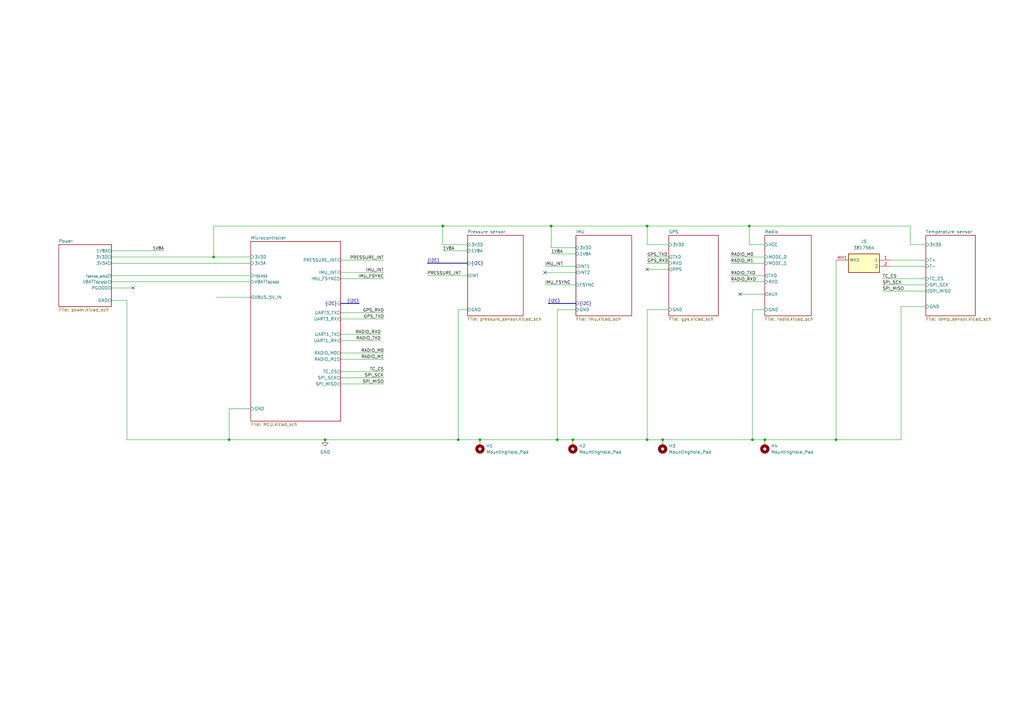
<source format=kicad_sch>
(kicad_sch (version 20230121) (generator eeschema)
  (paper "A3")
  (lib_symbols
    (symbol "Mechanical:MountingHole_Pad" (pin_numbers hide) (pin_names (offset 1.016) hide)
      (property "Reference" "H" (at 0 6.35 0))
      (property "Value" "MountingHole_Pad" (at 0 4.445 0))
      (symbol "MountingHole_Pad_0_1"
        (circle (center 0 1.27) (radius 1.27) (stroke (width 1.27)))
      )
      (symbol "MountingHole_Pad_1_1"
        (pin input line (at 0 -2.54 90) (length 2.54) (name "1") (number "1"))
      )
    )
    (symbol "my_library:3817564"
      (property "Reference" "J" (at 7.62 8.89 0))
      (property "Value" "3817564" (at 7.62 6.35 0))
      (symbol "3817564_1_1"
        (rectangle (start -6.35 3.81) (end 6.35 -3.81) (stroke (width 0.254)) (fill (type background)))
        (pin passive line (at 11.43 1.27 180) (length 5.08) (name "1") (number "1"))
        (pin passive line (at 11.43 -1.27 180) (length 5.08) (name "2") (number "2"))
        (pin passive line (at -11.43 1.27 0) (length 5.08) (name "MH1") (number "MH1"))
      )
    )
    (symbol "power:GND" (power) (pin_names (offset 0))
      (property "Value" "GND" (at 0 -3.81 0))
      (symbol "GND_0_1"
        (polyline (pts (xy 0 0) (xy 0 -1.27) (xy 1.27 -1.27) (xy 0 -2.54) (xy -1.27 -1.27) (xy 0 -1.27)))
      )
      (symbol "GND_1_1"
        (pin power_in line (at 0 0 270) (length 0) hide (name "GND") (number "1"))
      )
    )
  )
  (junction (at 308.61 180.34))
  (junction (at 313.69 180.34))
  (junction (at 265.43 180.34))
  (junction (at 196.85 180.34))
  (junction (at 234.95 180.34))
  (junction (at 228.6 180.34))
  (junction (at 265.43 92.71))
  (junction (at 133.35 180.34))
  (junction (at 226.06 92.71))
  (junction (at 93.98 180.34))
  (junction (at 187.96 180.34))
  (junction (at 181.61 92.71))
  (junction (at 342.9 180.34))
  (junction (at 271.78 180.34))
  (junction (at 307.34 92.71))
  (junction (at 87.63 105.41))
  (no_connect (at 54.61 118.11))
  (no_connect (at 223.52 111.76))
  (no_connect (at 265.43 110.49))
  (no_connect (at 303.53 120.65))
  (wire (pts (xy 379.73 114.3) (xy 361.95 114.3)))
  (wire (pts (xy 265.43 92.71) (xy 265.43 100.33)))
  (wire (pts (xy 93.98 180.34) (xy 133.35 180.34)))
  (wire (pts (xy 379.73 125.73) (xy 369.57 125.73)))
  (wire (pts (xy 265.43 100.33) (xy 274.32 100.33)))
  (wire (pts (xy 365.76 106.68) (xy 379.73 106.68)))
  (wire (pts (xy 139.7 144.78) (xy 157.48 144.78)))
  (wire (pts (xy 223.52 116.84) (xy 236.22 116.84)))
  (wire (pts (xy 299.72 115.57) (xy 313.69 115.57)))
  (wire (pts (xy 187.96 180.34) (xy 196.85 180.34)))
  (wire (pts (xy 379.73 116.84) (xy 361.95 116.84)))
  (wire (pts (xy 139.7 111.76) (xy 157.48 111.76)))
  (wire (pts (xy 369.57 125.73) (xy 369.57 180.34)))
  (wire (pts (xy 265.43 180.34) (xy 271.78 180.34)))
  (wire (pts (xy 133.35 180.34) (xy 187.96 180.34)))
  (wire (pts (xy 299.72 105.41) (xy 313.69 105.41)))
  (wire (pts (xy 88.9 121.92) (xy 102.87 121.92)))
  (wire (pts (xy 139.7 137.16) (xy 156.21 137.16)))
  (bus (pts (xy 224.79 124.46) (xy 236.22 124.46)))
  (wire (pts (xy 45.72 107.95) (xy 102.87 107.95)))
  (wire (pts (xy 234.95 180.34) (xy 265.43 180.34)))
  (wire (pts (xy 196.85 180.34) (xy 228.6 180.34)))
  (wire (pts (xy 271.78 180.34) (xy 308.61 180.34)))
  (wire (pts (xy 365.76 109.22) (xy 379.73 109.22)))
  (wire (pts (xy 274.32 127) (xy 265.43 127)))
  (wire (pts (xy 303.53 120.65) (xy 313.69 120.65)))
  (wire (pts (xy 373.38 92.71) (xy 373.38 100.33)))
  (wire (pts (xy 191.77 127) (xy 187.96 127)))
  (wire (pts (xy 228.6 127) (xy 228.6 180.34)))
  (wire (pts (xy 139.7 114.3) (xy 157.48 114.3)))
  (wire (pts (xy 181.61 102.87) (xy 191.77 102.87)))
  (wire (pts (xy 45.72 102.87) (xy 67.31 102.87)))
  (wire (pts (xy 342.9 180.34) (xy 313.69 180.34)))
  (wire (pts (xy 139.7 147.32) (xy 157.48 147.32)))
  (wire (pts (xy 307.34 92.71) (xy 307.34 100.33)))
  (wire (pts (xy 87.63 92.71) (xy 181.61 92.71)))
  (wire (pts (xy 187.96 127) (xy 187.96 180.34)))
  (wire (pts (xy 265.43 92.71) (xy 307.34 92.71)))
  (wire (pts (xy 265.43 110.49) (xy 274.32 110.49)))
  (wire (pts (xy 265.43 107.95) (xy 274.32 107.95)))
  (wire (pts (xy 45.72 123.19) (xy 52.07 123.19)))
  (wire (pts (xy 373.38 100.33) (xy 379.73 100.33)))
  (wire (pts (xy 139.7 106.68) (xy 157.48 106.68)))
  (bus (pts (xy 175.26 107.95) (xy 191.77 107.95)))
  (wire (pts (xy 226.06 92.71) (xy 265.43 92.71)))
  (wire (pts (xy 181.61 92.71) (xy 181.61 100.33)))
  (wire (pts (xy 139.7 157.48) (xy 157.48 157.48)))
  (wire (pts (xy 45.72 105.41) (xy 87.63 105.41)))
  (wire (pts (xy 307.34 92.71) (xy 373.38 92.71)))
  (wire (pts (xy 379.73 119.38) (xy 361.95 119.38)))
  (wire (pts (xy 52.07 180.34) (xy 93.98 180.34)))
  (wire (pts (xy 139.7 130.81) (xy 157.48 130.81)))
  (wire (pts (xy 175.26 113.03) (xy 191.77 113.03)))
  (wire (pts (xy 307.34 100.33) (xy 313.69 100.33)))
  (wire (pts (xy 299.72 113.03) (xy 313.69 113.03)))
  (wire (pts (xy 226.06 101.6) (xy 236.22 101.6)))
  (wire (pts (xy 139.7 154.94) (xy 157.48 154.94)))
  (wire (pts (xy 308.61 180.34) (xy 308.61 127)))
  (wire (pts (xy 369.57 180.34) (xy 342.9 180.34)))
  (wire (pts (xy 265.43 127) (xy 265.43 180.34)))
  (wire (pts (xy 181.61 92.71) (xy 226.06 92.71)))
  (wire (pts (xy 52.07 123.19) (xy 52.07 180.34)))
  (wire (pts (xy 342.9 106.68) (xy 342.9 180.34)))
  (wire (pts (xy 228.6 180.34) (xy 234.95 180.34)))
  (wire (pts (xy 45.72 115.57) (xy 102.87 115.57)))
  (bus (pts (xy 139.7 124.46) (xy 147.32 124.46)))
  (wire (pts (xy 313.69 180.34) (xy 308.61 180.34)))
  (wire (pts (xy 45.72 113.03) (xy 102.87 113.03)))
  (wire (pts (xy 308.61 127) (xy 313.69 127)))
  (wire (pts (xy 223.52 109.22) (xy 236.22 109.22)))
  (wire (pts (xy 87.63 105.41) (xy 87.63 92.71)))
  (wire (pts (xy 226.06 104.14) (xy 236.22 104.14)))
  (wire (pts (xy 223.52 111.76) (xy 236.22 111.76)))
  (wire (pts (xy 102.87 167.64) (xy 93.98 167.64)))
  (wire (pts (xy 236.22 127) (xy 228.6 127)))
  (wire (pts (xy 226.06 92.71) (xy 226.06 101.6)))
  (wire (pts (xy 139.7 128.27) (xy 157.48 128.27)))
  (wire (pts (xy 87.63 105.41) (xy 102.87 105.41)))
  (wire (pts (xy 93.98 167.64) (xy 93.98 180.34)))
  (wire (pts (xy 139.7 152.4) (xy 157.48 152.4)))
  (wire (pts (xy 139.7 139.7) (xy 156.21 139.7)))
  (wire (pts (xy 45.72 118.11) (xy 54.61 118.11)))
  (wire (pts (xy 265.43 105.41) (xy 274.32 105.41)))
  (wire (pts (xy 181.61 100.33) (xy 191.77 100.33)))
  (wire (pts (xy 299.72 107.95) (xy 313.69 107.95)))
  (label "RADIO_M0" (at 157.48 144.78 180))
  (label "RADIO_RXD" (at 156.21 137.16 180))
  (label "PRESSURE_INT" (at 175.26 113.03 0))
  (label "{I2C}" (at 147.32 124.46 180))
  (label "SPI_MISO" (at 157.48 157.48 180))
  (label "GPS_TXD" (at 265.43 105.41 0))
  (label "IMU_FSYNC" (at 223.52 116.84 0))
  (label "RADIO_M0" (at 299.72 105.41 0))
  (label "GPS_RXD" (at 265.43 107.95 0))
  (label "IMU_FSYNC" (at 157.48 114.3 180))
  (label "TC_CS" (at 157.48 152.4 180))
  (label "RADIO_M1" (at 299.72 107.95 0))
  (label "GPS_RXD" (at 157.48 128.27 180))
  (label "RADIO_TXD" (at 156.21 139.7 180))
  (label "GPS_TXD" (at 157.48 130.81 180))
  (label "SPI_SCK" (at 361.95 116.84 0))
  (label "RADIO_RXD" (at 299.72 115.57 0))
  (label "SPI_SCK" (at 157.48 154.94 180))
  (label "{I2C}" (at 175.26 107.95 0))
  (label "1V8A" (at 226.06 104.14 0))
  (label "RADIO_TXD" (at 299.72 113.03 0))
  (label "IMU_INT" (at 157.48 111.76 180))
  (label "TC_CS" (at 361.95 114.3 0))
  (label "1V8A" (at 181.61 102.87 0))
  (label "1V8A" (at 67.31 102.87 180))
  (label "{I2C}" (at 224.79 124.46 0))
  (label "PRESSURE_INT" (at 157.48 106.68 180))
  (label "IMU_INT" (at 223.52 109.22 0))
  (label "RADIO_M1" (at 157.48 147.32 180))
  (label "SPI_MISO" (at 361.95 119.38 0))
  (symbol (lib_id "Mechanical:MountingHole_Pad") (at 196.85 182.88 180) (unit 1) (in_bom no)
    (property "Reference" "H1" (at 199.39 182.88 0) (effects (justify right)))
    (property "Value" "MountingHole_Pad" (at 199.39 185.42 0) (effects (justify right)))
    (property "Footprint" "MountingHole:MountingHole_3.2mm_M3_Pad_Via" (effects hide))
  )
  (symbol (lib_id "Mechanical:MountingHole_Pad") (at 271.78 182.88 180) (unit 1) (in_bom no)
    (property "Reference" "H3" (at 274.32 182.88 0) (effects (justify right)))
    (property "Value" "MountingHole_Pad" (at 274.32 185.42 0) (effects (justify right)))
    (property "Footprint" "MountingHole:MountingHole_3.2mm_M3_Pad_Via" (effects hide))
  )
  (symbol (lib_id "Mechanical:MountingHole_Pad") (at 234.95 182.88 180) (unit 1) (in_bom no)
    (property "Reference" "H2" (at 237.49 182.88 0) (effects (justify right)))
    (property "Value" "MountingHole_Pad" (at 237.49 185.42 0) (effects (justify right)))
    (property "Footprint" "MountingHole:MountingHole_3.2mm_M3_Pad_Via" (effects hide))
  )
  (symbol (lib_id "Mechanical:MountingHole_Pad") (at 313.69 182.88 180) (unit 1) (in_bom no)
    (property "Reference" "H4" (at 316.23 182.88 0) (effects (justify right)))
    (property "Value" "MountingHole_Pad" (at 316.23 185.42 0) (effects (justify right)))
    (property "Footprint" "MountingHole:MountingHole_3.2mm_M3_Pad_Via" (effects hide))
  )
  (symbol (lib_id "power:GND") (at 133.35 180.34 0) (unit 1)
    (property "Reference" "#PWR01" (effects hide))
    (property "Value" "GND" (at 133.35 185.42 0))
  )
  (symbol (lib_id "my_library:3817564") (at 354.33 107.95 0) (unit 1) (in_bom no)
    (property "Reference" "J5" (at 354.33 99.06 0))
    (property "Value" "3817564" (at 354.33 101.6 0))
    (property "Footprint" "my_footprints:3817564" (effects hide))
    (property "Datasheet" "https://docs.rs-online.com/edff/0900766b815bb578.pdf" (effects hide))
    (property "Manufacturer PN" "3817564" (effects hide))
    (property "Supplier PN" "3817564" (effects hide))
    (property "Supplier" "RS" (effects hide))
  )
  (sheet (at 236.22 96.52) (size 22.86 33.02) (stroke (width 0.1524))
    (property "Sheetname" "IMU" (at 236.22 95.8084 0) (effects (justify left bottom)))
    (property "Sheetfile" "imu.kicad_sch" (at 236.22 130.1246 0) (effects (justify left top)))
    (pin "INT2" output (at 236.22 111.76 180))
    (pin "INT1" output (at 236.22 109.22 180))
    (pin "1V8A" input (at 236.22 104.14 180))
    (pin "3V3D" input (at 236.22 101.6 180))
    (pin "GND" input (at 236.22 127 180))
    (pin "FSYNC" input (at 236.22 116.84 180))
    (pin "{I2C}" input (at 236.22 124.46 180))
  )
  (sheet (at 313.69 96.52) (size 19.05 33.02) (stroke (width 0.1524))
    (property "Sheetname" "Radio" (at 313.69 95.8084 0) (effects (justify left bottom)))
    (property "Sheetfile" "radio.kicad_sch" (at 313.69 130.1246 0) (effects (justify left top)))
    (pin "AUX" output (at 313.69 120.65 180))
    (pin "GND" input (at 313.69 127 180))
    (pin "VCC" input (at 313.69 100.33 180))
    (pin "RXD" input (at 313.69 115.57 180))
    (pin "MODE_1" input (at 313.69 107.95 180))
    (pin "TXD" output (at 313.69 113.03 180))
    (pin "MODE_0" input (at 313.69 105.41 180))
  )
  (sheet (at 102.87 99.06) (size 36.83 73.66) (stroke (width 0.1524))
    (property "Sheetname" "Microcontroller" (at 102.87 98.3484 0) (effects (justify left bottom)))
    (property "Sheetfile" "MCU.kicad_sch" (at 102.87 173.3046 0) (effects (justify left top)))
    (pin "UART3_RX" input (at 139.7 130.81 0))
    (pin "UART3_TX" output (at 139.7 128.27 0))
    (pin "VBATT_{SENSE}" input (at 102.87 115.57 180))
    (pin "UART1_RX" input (at 139.7 139.7 0))
    (pin "UART1_TX" output (at 139.7 137.16 0))
    (pin "I_{SENSE}" input (at 102.87 113.03 180))
    (pin "IMU_INT" input (at 139.7 111.76 0))
    (pin "PRESSURE_INT" input (at 139.7 106.68 0))
    (pin "3V3D" input (at 102.87 105.41 180))
    (pin "GND" input (at 102.87 167.64 180))
    (pin "3V3A" input (at 102.87 107.95 180))
    (pin "{I2C}" input (at 139.7 124.46 0))
    (pin "RADIO_M0" output (at 139.7 144.78 0))
    (pin "RADIO_M1" output (at 139.7 147.32 0))
    (pin "IMU_FSYNC" output (at 139.7 114.3 0))
    (pin "TC_CS" output (at 139.7 152.4 0))
    (pin "SPI_SCK" output (at 139.7 154.94 0))
    (pin "SPI_MISO" input (at 139.7 157.48 0))
    (pin "VBUS_5V_IN" output (at 102.87 121.92 180))
  )
  (sheet (at 379.73 96.52) (size 20.32 33.02) (stroke (width 0.1524))
    (property "Sheetname" "Temperature sensor" (at 379.73 95.8084 0) (effects (justify left bottom)))
    (property "Sheetfile" "temp_sensor.kicad_sch" (at 379.73 130.1246 0) (effects (justify left top)))
    (pin "T-" input (at 379.73 109.22 180))
    (pin "SPI_MISO" output (at 379.73 119.38 180))
    (pin "3V3D" input (at 379.73 100.33 180))
    (pin "GND" input (at 379.73 125.73 180))
    (pin "T+" input (at 379.73 106.68 180))
    (pin "SPI_SCK" input (at 379.73 116.84 180))
    (pin "TC_CS" input (at 379.73 114.3 180))
  )
  (sheet (at 274.32 96.52) (size 20.32 33.02) (stroke (width 0.1524))
    (property "Sheetname" "GPS" (at 274.32 95.8084 0) (effects (justify left bottom)))
    (property "Sheetfile" "gps.kicad_sch" (at 274.32 130.1246 0) (effects (justify left top)))
    (pin "PPS" output (at 274.32 110.49 180))
    (pin "GND" input (at 274.32 127 180))
    (pin "3V3D" input (at 274.32 100.33 180))
    (pin "TXD" output (at 274.32 105.41 180))
    (pin "RXD" input (at 274.32 107.95 180))
  )
  (sheet (at 191.77 96.52) (size 22.86 33.02) (stroke (width 0.1524))
    (property "Sheetname" "Pressure sensor" (at 191.77 95.8084 0) (effects (justify left bottom)))
    (property "Sheetfile" "pressure_sensor.kicad_sch" (at 191.77 130.1246 0) (effects (justify left top)))
    (pin "GND" input (at 191.77 127 180))
    (pin "INT" output (at 191.77 113.03 180))
    (pin "3V3D" input (at 191.77 100.33 180))
    (pin "{I2C}" input (at 191.77 107.95 180))
    (pin "1V8A" input (at 191.77 102.87 180))
  )
  (sheet (at 24.13 100.33) (size 21.59 25.4) (stroke (width 0.1524))
    (property "Sheetname" "Power" (at 24.13 99.6184 0) (effects (justify left bottom)))
    (property "Sheetfile" "power.kicad_sch" (at 24.13 126.3146 0) (effects (justify left top)))
    (pin "PGOOD" output (at 45.72 118.11 0))
    (pin "GND" output (at 45.72 123.19 0))
    (pin "3V3D" output (at 45.72 105.41 0))
    (pin "3V3A" output (at 45.72 107.95 0))
    (pin "I_{sense_amp}" output (at 45.72 113.03 0))
    (pin "1V8A" output (at 45.72 102.87 0))
    (pin "VBATT_{SENSE}" output (at 45.72 115.57 0))
  )
)
</source>
